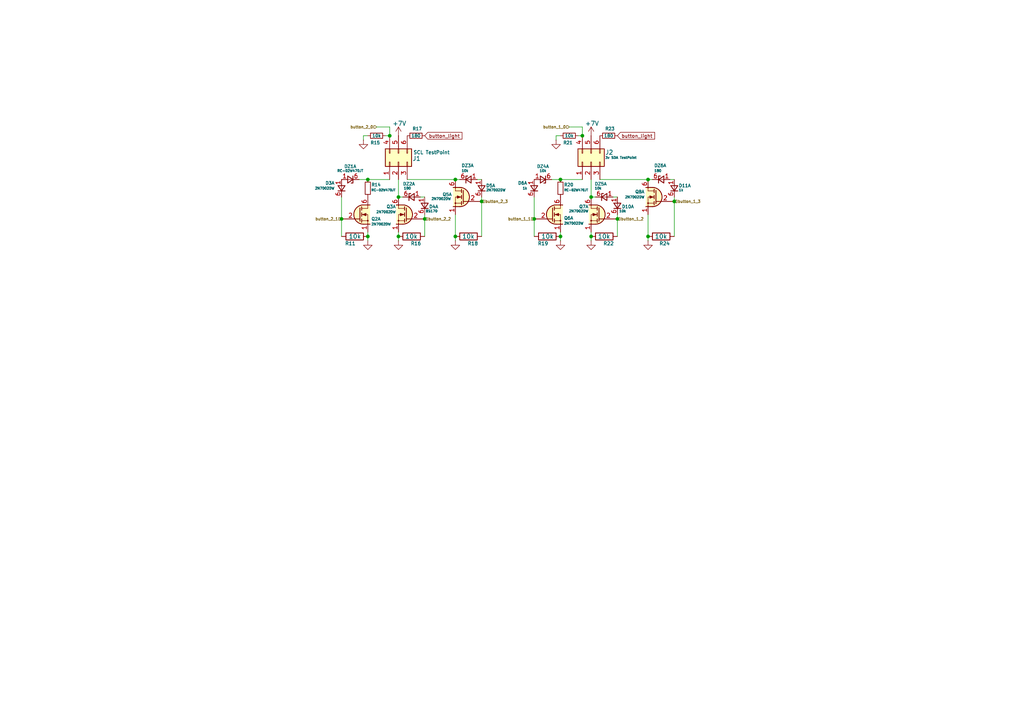
<source format=kicad_sch>
(kicad_sch (version 20231120) (generator "eeschema") (generator_version "8.0")
  (paper "A4")
  (lib_symbols
    (symbol "Connector_Generic:Conn_02x03_Top_Bottom" (pin_names (offset 1.016) hide)
      (property "Reference" "J" (at 1.27 5.08 0))
      (property "Value" "Conn_02x03_Top_Bottom" (at 1.27 -5.08 0))
      (symbol "Conn_02x03_Top_Bottom_1_1"
        (rectangle (start -1.27 -2.413) (end 0 -2.667) (stroke (width 0.1524)))
        (rectangle (start -1.27 0.127) (end 0 -0.127) (stroke (width 0.1524)))
        (rectangle (start -1.27 2.667) (end 0 2.413) (stroke (width 0.1524)))
        (rectangle (start -1.27 3.81) (end 3.81 -3.81) (stroke (width 0.254)) (fill (type background)))
        (rectangle (start 3.81 -2.413) (end 2.54 -2.667) (stroke (width 0.1524)))
        (rectangle (start 3.81 0.127) (end 2.54 -0.127) (stroke (width 0.1524)))
        (rectangle (start 3.81 2.667) (end 2.54 2.413) (stroke (width 0.1524)))
        (pin passive line (at -5.08 2.54 0) (length 3.81) (name "Pin_1") (number "1"))
        (pin passive line (at -5.08 0 0) (length 3.81) (name "Pin_2") (number "2"))
        (pin passive line (at -5.08 -2.54 0) (length 3.81) (name "Pin_3") (number "3"))
        (pin passive line (at 7.62 2.54 180) (length 3.81) (name "Pin_4") (number "4"))
        (pin passive line (at 7.62 0 180) (length 3.81) (name "Pin_5") (number "5"))
        (pin passive line (at 7.62 -2.54 180) (length 3.81) (name "Pin_6") (number "6"))
      )
    )
    (symbol "Device:R" (pin_numbers hide) (pin_names (offset 0))
      (property "Reference" "R" (at 2.032 0 90))
      (property "Value" "R" (at 0 0 90))
      (symbol "R_0_1"
        (rectangle (start -1.016 -2.54) (end 1.016 2.54) (stroke (width 0.254)))
      )
      (symbol "R_1_1"
        (pin passive line (at 0 3.81 270) (length 1.27) (name "~") (number "1"))
        (pin passive line (at 0 -3.81 90) (length 1.27) (name "~") (number "2"))
      )
    )
    (symbol "Device:R_Small" (pin_numbers hide) (pin_names (offset 0.254) hide)
      (property "Reference" "R" (at 0.762 0.508 0))
      (property "Value" "R_Small" (at 0.762 -1.016 0))
      (symbol "R_Small_0_1"
        (rectangle (start -0.762 1.778) (end 0.762 -1.778) (stroke (width 0.2032)))
      )
      (symbol "R_Small_1_1"
        (pin passive line (at 0 2.54 270) (length 0.762) (name "~") (number "1"))
        (pin passive line (at 0 -2.54 90) (length 0.762) (name "~") (number "2"))
      )
    )
    (symbol "PCM_Transistor_MOSFET_AKL:2N7002DW" (pin_names (offset 1.016) hide)
      (property "Reference" "Q" (at 3.81 1.27 0))
      (property "Value" "2N7002DW" (at 3.81 -1.27 0))
      (symbol "2N7002DW_1_1"
        (polyline (pts (xy -1.016 1.905) (xy -1.016 -1.905)) (stroke (width 0.254)))
        (polyline (pts (xy -0.508 -1.778) (xy 1.27 -1.778)))
        (polyline (pts (xy -0.508 -1.27) (xy -0.508 -2.286)) (stroke (width 0.254)))
        (polyline (pts (xy -0.508 0.508) (xy -0.508 -0.508)) (stroke (width 0.254)))
        (polyline (pts (xy -0.508 2.286) (xy -0.508 1.27)) (stroke (width 0.254)))
        (polyline (pts (xy 0 -2.794) (xy 1.905 -2.794)) (stroke (width 0.254)))
        (polyline (pts (xy 0 2.794) (xy 1.905 2.794)) (stroke (width 0.254)))
        (polyline (pts (xy 1.27 1.778) (xy -0.508 1.778)))
        (polyline (pts (xy 1.27 2.54) (xy 1.27 1.778)))
        (polyline (pts (xy 1.27 -2.54) (xy 1.27 0) (xy -0.508 0)))
        (polyline (pts (xy -0.254 0) (xy 0.762 0.381) (xy 0.762 -0.381) (xy -0.254 0)) (fill (type outline)))
        (polyline (pts (xy 1.905 -2.794) (xy -0.254 -2.794) (xy -1.397 -2.413) (xy -2.286 -1.651) (xy -2.667 -0.762) (xy -2.794 0.127) (xy -2.54 1.143) (xy -2.032 1.905) (xy -1.397 2.413) (xy -0.508 2.794) (xy 1.905 2.794)) (fill (type background)))
        (arc (start 0 2.794) (mid -2.7819 0) (end 0 -2.794) (stroke (width 0.254)))
        (circle (center 1.27 -1.778) (radius 0.1778) (fill (type outline)))
        (pin passive line (at 1.27 -5.08 90) (length 2.54) (name "S1") (number "1"))
        (pin input line (at -6.35 -1.27 0) (length 5.207) (name "G1") (number "2"))
        (pin passive line (at 1.27 5.08 270) (length 2.54) (name "D1") (number "6"))
      )
      (symbol "2N7002DW_2_1"
        (polyline (pts (xy -1.016 1.905) (xy -1.016 -1.905)) (stroke (width 0.254)))
        (polyline (pts (xy -0.508 -1.778) (xy 1.27 -1.778)))
        (polyline (pts (xy -0.508 -1.27) (xy -0.508 -2.286)) (stroke (width 0.254)))
        (polyline (pts (xy -0.508 0.508) (xy -0.508 -0.508)) (stroke (width 0.254)))
        (polyline (pts (xy -0.508 2.286) (xy -0.508 1.27)) (stroke (width 0.254)))
        (polyline (pts (xy 0 -2.794) (xy 1.905 -2.794)) (stroke (width 0.254)))
        (polyline (pts (xy 0 2.794) (xy 1.905 2.794)) (stroke (width 0.254)))
        (polyline (pts (xy 1.27 1.778) (xy -0.508 1.778)))
        (polyline (pts (xy 1.27 2.54) (xy 1.27 1.778)))
        (polyline (pts (xy 1.27 -2.54) (xy 1.27 0) (xy -0.508 0)))
        (polyline (pts (xy -0.254 0) (xy 0.762 0.381) (xy 0.762 -0.381) (xy -0.254 0)) (fill (type outline)))
        (polyline (pts (xy 1.905 -2.794) (xy -0.254 -2.794) (xy -1.397 -2.413) (xy -2.286 -1.651) (xy -2.667 -0.762) (xy -2.794 0.127) (xy -2.54 1.143) (xy -2.032 1.905) (xy -1.397 2.413) (xy -0.508 2.794) (xy 1.905 2.794)) (fill (type background)))
        (arc (start 0 2.794) (mid -2.7819 0) (end 0 -2.794) (stroke (width 0.254)))
        (circle (center 1.27 -1.778) (radius 0.1778) (fill (type outline)))
        (pin passive line (at 1.27 5.08 270) (length 2.54) (name "D2") (number "3"))
        (pin passive line (at 1.27 -5.08 90) (length 2.54) (name "S2") (number "4"))
        (pin input line (at -6.35 -1.27 0) (length 5.207) (name "G2") (number "5"))
      )
    )
    (symbol "power:+5V" (power) (pin_numbers hide) (pin_names (offset 0) hide)
      (property "Value" "+5V" (at 0 3.556 0))
      (symbol "+5V_0_1"
        (polyline (pts (xy -0.762 1.27) (xy 0 2.54)))
        (polyline (pts (xy 0 0) (xy 0 2.54)))
        (polyline (pts (xy 0 2.54) (xy 0.762 1.27)))
      )
      (symbol "+5V_1_1"
        (pin power_in line (at 0 0 90) (length 0) (name "~") (number "1"))
      )
    )
    (symbol "power:GND" (power) (pin_numbers hide) (pin_names (offset 0) hide)
      (property "Value" "GND" (at 0 -3.81 0))
      (symbol "GND_0_1"
        (polyline (pts (xy 0 0) (xy 0 -1.27) (xy 1.27 -1.27) (xy 0 -2.54) (xy -1.27 -1.27) (xy 0 -1.27)))
      )
      (symbol "GND_1_1"
        (pin power_in line (at 0 0 270) (length 0) (name "~") (number "1"))
      )
    )
    (symbol "project_components:BAS16VYs_small" (pin_names (offset 1.016) hide)
      (property "Reference" "D" (at 0 6.35 0))
      (property "Value" "BAS16VYs_small" (at 0 3.81 0))
      (symbol "BAS16VYs_small_0_1"
        (polyline (pts (xy -0.762 0) (xy 0.762 0)))
        (polyline (pts (xy 0.762 -1.016) (xy 0.762 1.016)) (stroke (width 0.254)))
        (polyline (pts (xy -0.762 -1.016) (xy 0.762 0) (xy -0.762 1.016) (xy -0.762 -1.016)) (stroke (width 0.254)))
      )
      (symbol "BAS16VYs_small_0_2"
        (polyline (pts (xy -2.54 -2.54) (xy 2.54 2.54)))
        (polyline (pts (xy 0 1.778) (xy 1.778 0)) (stroke (width 0.254)))
        (polyline (pts (xy -0.889 -0.889) (xy -1.778 0) (xy 0.889 0.889) (xy 0 -1.778) (xy -0.889 -0.889)) (stroke (width 0.254)) (fill (type outline)))
      )
      (symbol "BAS16VYs_small_1_1"
        (pin passive line (at -2.54 0 0) (length 1.778) (name "A3") (number "1"))
        (pin passive line (at 2.54 0 180) (length 1.778) (name "C3") (number "6"))
      )
      (symbol "BAS16VYs_small_1_2"
        (pin passive line (at -2.54 -2.54 0) (length 0) (name "A") (number "1"))
        (pin passive line (at 2.54 2.54 180) (length 0) (name "K") (number "6"))
      )
      (symbol "BAS16VYs_small_2_1"
        (pin passive line (at -2.54 0 0) (length 1.778) (name "A3") (number "2"))
        (pin passive line (at 2.54 0 180) (length 1.778) (name "C3") (number "5"))
      )
      (symbol "BAS16VYs_small_2_2"
        (pin passive line (at -2.54 -2.54 0) (length 0) (name "A2") (number "2"))
        (pin passive line (at 2.54 2.54 180) (length 0) (name "K2") (number "5"))
      )
      (symbol "BAS16VYs_small_3_1"
        (pin passive line (at -2.54 0 0) (length 1.778) (name "A3") (number "3"))
        (pin passive line (at 2.54 0 180) (length 1.778) (name "C3") (number "4"))
      )
      (symbol "BAS16VYs_small_3_2"
        (pin passive line (at -2.54 -2.54 0) (length 0) (name "A2") (number "3"))
        (pin passive line (at 2.54 2.54 180) (length 0) (name "K2") (number "4"))
      )
    )
    (symbol "project_components:BZX84C3V3TS-7-F_small" (pin_names (offset 1.016) hide)
      (property "Reference" "DZ" (at 0 6.35 0))
      (property "Value" "BZX84C3V3TS-7-F" (at 0 3.81 0))
      (symbol "BZX84C3V3TS-7-F_small_0_1"
        (polyline (pts (xy -0.762 0) (xy 0.762 0)))
        (polyline (pts (xy 0.254 -1.016) (xy 0.762 -1.016) (xy 0.762 1.016)) (stroke (width 0.254)))
        (polyline (pts (xy -0.762 -1.016) (xy 0.762 0) (xy -0.762 1.016) (xy -0.762 -1.016)) (stroke (width 0.254)))
      )
      (symbol "BZX84C3V3TS-7-F_small_0_2"
        (polyline (pts (xy -2.54 -2.54) (xy 2.54 2.54)))
        (polyline (pts (xy 0 1.778) (xy -0.381 1.397)) (stroke (width 0.254)))
        (polyline (pts (xy 0 1.778) (xy 1.778 0)) (stroke (width 0.254)))
        (polyline (pts (xy -0.889 -0.889) (xy -1.778 0) (xy 0.889 0.889) (xy 0 -1.778) (xy -0.889 -0.889)) (stroke (width 0.254)) (fill (type outline)))
      )
      (symbol "BZX84C3V3TS-7-F_small_1_1"
        (pin passive line (at -2.54 0 0) (length 1.778) (name "A1") (number "1"))
        (pin passive line (at 2.54 0 180) (length 1.778) (name "C1") (number "6"))
      )
      (symbol "BZX84C3V3TS-7-F_small_1_2"
        (pin passive line (at 0 0 0) (length 2.54) hide (name "A1") (number "1"))
        (pin passive line (at 2.54 2.54 180) (length 0) (name "C1") (number "6"))
      )
      (symbol "BZX84C3V3TS-7-F_small_2_1"
        (pin passive line (at -2.54 0 0) (length 1.778) (name "A2") (number "2"))
        (pin passive line (at 2.54 0 180) (length 1.778) (name "C2") (number "5"))
      )
      (symbol "BZX84C3V3TS-7-F_small_2_2"
        (pin passive line (at -2.54 -2.54 0) (length 0) (name "A2") (number "2"))
        (pin passive line (at -2.54 -2.54 180) (length 0) (name "C2") (number "5"))
      )
      (symbol "BZX84C3V3TS-7-F_small_3_1"
        (pin passive line (at -2.54 0 0) (length 1.778) (name "A3") (number "3"))
        (pin passive line (at 2.54 0 180) (length 1.778) (name "C3") (number "4"))
      )
      (symbol "BZX84C3V3TS-7-F_small_3_2"
        (pin passive line (at 2.54 2.54 0) (length 0) (name "A3") (number "3"))
        (pin passive line (at 0 0 180) (length 2.54) hide (name "C3") (number "4"))
      )
    )
  )
  (junction (at 99.06 63.5))
  (junction (at 187.96 52.07))
  (junction (at 195.58 58.42))
  (junction (at 171.45 68.58))
  (junction (at 162.56 68.58))
  (junction (at 115.57 68.58))
  (junction (at 132.08 68.58))
  (junction (at 113.03 39.37))
  (junction (at 168.91 39.37))
  (junction (at 106.68 52.07))
  (junction (at 162.56 52.07))
  (junction (at 106.68 68.58))
  (junction (at 132.08 52.07))
  (junction (at 123.19 63.5))
  (junction (at 139.7 58.42))
  (junction (at 154.94 63.5))
  (junction (at 179.07 63.5))
  (junction (at 187.96 68.58))
  (junction (at 171.45 57.15))
  (junction (at 115.57 57.15))
  (wire (pts (xy 171.45 68.58) (xy 171.45 69.85)))
  (wire (pts (xy 111.76 39.37) (xy 113.03 39.37)))
  (wire (pts (xy 167.64 39.37) (xy 168.91 39.37)))
  (wire (pts (xy 115.57 57.15) (xy 116.84 57.15)))
  (wire (pts (xy 109.22 36.83) (xy 113.03 36.83)))
  (wire (pts (xy 187.96 62.23) (xy 187.96 68.58)))
  (wire (pts (xy 113.03 36.83) (xy 113.03 39.37)))
  (wire (pts (xy 165.1 36.83) (xy 168.91 36.83)))
  (wire (pts (xy 195.58 57.15) (xy 195.58 58.42)))
  (wire (pts (xy 105.41 39.37) (xy 106.68 39.37)))
  (wire (pts (xy 139.7 57.15) (xy 139.7 58.42)))
  (wire (pts (xy 138.43 52.07) (xy 139.7 52.07)))
  (wire (pts (xy 106.68 68.58) (xy 106.68 69.85)))
  (wire (pts (xy 132.08 52.07) (xy 133.35 52.07)))
  (wire (pts (xy 106.68 67.31) (xy 106.68 68.58)))
  (wire (pts (xy 171.45 67.31) (xy 171.45 68.58)))
  (wire (pts (xy 187.96 52.07) (xy 189.23 52.07)))
  (wire (pts (xy 160.02 52.07) (xy 162.56 52.07)))
  (wire (pts (xy 123.19 63.5) (xy 123.19 68.58)))
  (wire (pts (xy 194.31 52.07) (xy 195.58 52.07)))
  (wire (pts (xy 161.29 39.37) (xy 161.29 40.64)))
  (wire (pts (xy 179.07 62.23) (xy 179.07 63.5)))
  (wire (pts (xy 123.19 62.23) (xy 123.19 63.5)))
  (wire (pts (xy 121.92 57.15) (xy 123.19 57.15)))
  (wire (pts (xy 173.99 52.07) (xy 187.96 52.07)))
  (wire (pts (xy 99.06 63.5) (xy 99.06 68.58)))
  (wire (pts (xy 187.96 68.58) (xy 187.96 69.85)))
  (wire (pts (xy 115.57 67.31) (xy 115.57 68.58)))
  (wire (pts (xy 195.58 58.42) (xy 195.58 68.58)))
  (wire (pts (xy 177.8 57.15) (xy 179.07 57.15)))
  (wire (pts (xy 118.11 52.07) (xy 132.08 52.07)))
  (wire (pts (xy 115.57 52.07) (xy 115.57 57.15)))
  (wire (pts (xy 168.91 36.83) (xy 168.91 39.37)))
  (wire (pts (xy 105.41 39.37) (xy 105.41 40.64)))
  (wire (pts (xy 171.45 52.07) (xy 171.45 57.15)))
  (wire (pts (xy 115.57 68.58) (xy 115.57 69.85)))
  (wire (pts (xy 154.94 63.5) (xy 154.94 68.58)))
  (wire (pts (xy 154.94 57.15) (xy 154.94 63.5)))
  (wire (pts (xy 139.7 58.42) (xy 139.7 68.58)))
  (wire (pts (xy 132.08 68.58) (xy 132.08 69.85)))
  (wire (pts (xy 162.56 68.58) (xy 162.56 69.85)))
  (wire (pts (xy 161.29 39.37) (xy 162.56 39.37)))
  (wire (pts (xy 162.56 52.07) (xy 168.91 52.07)))
  (wire (pts (xy 106.68 52.07) (xy 113.03 52.07)))
  (wire (pts (xy 104.14 52.07) (xy 106.68 52.07)))
  (wire (pts (xy 132.08 62.23) (xy 132.08 68.58)))
  (wire (pts (xy 162.56 67.31) (xy 162.56 68.58)))
  (wire (pts (xy 99.06 57.15) (xy 99.06 63.5)))
  (wire (pts (xy 179.07 63.5) (xy 179.07 68.58)))
  (wire (pts (xy 171.45 57.15) (xy 172.72 57.15)))
  (global_label "button_light" (shape input) (at 179.07 39.37 0) (effects (font (size 1 1))) (property "Intersheetrefs" "${INTERSHEET_REFS}" (effects (hide yes))))
  (global_label "button_light" (shape input) (at 123.19 39.37 0) (effects (font (size 1 1))) (property "Intersheetrefs" "${INTERSHEET_REFS}" (effects (hide yes))))
  (hierarchical_label "button_1_1" (shape input) (at 154.94 63.5 180) (effects (font (size 0.8 0.8))))
  (hierarchical_label "button_2_1" (shape input) (at 99.06 63.5 180) (effects (font (size 0.8 0.8))))
  (hierarchical_label "button_1_2" (shape input) (at 179.07 63.5 0) (effects (font (size 0.8 0.8))))
  (hierarchical_label "button_2_0" (shape input) (at 109.22 36.83 180) (effects (font (size 0.8 0.8))))
  (hierarchical_label "button_2_2" (shape input) (at 123.19 63.5 0) (effects (font (size 0.8 0.8))))
  (hierarchical_label "button_1_3" (shape input) (at 195.58 58.42 0) (effects (font (size 0.8 0.8))))
  (hierarchical_label "button_1_0" (shape input) (at 165.1 36.83 180) (effects (font (size 0.8 0.8))))
  (hierarchical_label "button_2_3" (shape input) (at 139.7 58.42 0) (effects (font (size 0.8 0.8))))
  (symbol (lib_id "Device:R_Small") (at 106.68 54.61 180) (unit 1)
    (property "Reference" "R14" (at 107.696 53.594 0) (effects (font (size 0.9 0.9)) (justify right)))
    (property "Value" "RC-02W470JT" (at 107.696 55.118 0) (effects (font (size 0.65 0.65)) (justify right)))
    (property "Footprint" "PCM_Resistor_SMD_AKL:R_0402_1005Metric_Pad0.72x0.64mm" (effects (hide yes)))
    (property "Datasheet" "https://www.lcsc.com/datasheet/lcsc_datasheet_2304140030_FH--Guangdong-Fenghua-Advanced-Tech-RC-02W470JT_C1096.pdf" (effects (hide yes)))
    (property "Description" "47Ω" (effects (hide yes)))
    (property "JLCPCB" "C1096" (effects (hide yes)))
  )
  (symbol (lib_id "PCM_Transistor_MOSFET_AKL:2N7002DW") (at 133.35 57.15 0) (mirror y) (unit 1)
    (property "Reference" "Q5" (at 131.064 56.388 0) (effects (font (size 0.9 0.9)) (justify left)))
    (property "Value" "2N7002DW" (at 130.81 57.658 0) (effects (font (size 0.7 0.7)) (justify left)))
    (property "Footprint" "PCM_Package_TO_SOT_SMD_AKL:SOT-363_SC-70-6" (effects (hide yes)))
    (property "Datasheet" "https://www.tme.eu/Document/09843a37f7fde1b4a748e12ae0daa880/2N7002DWH6327XTSA1.pdf" (effects (hide yes)))
    (property "Description" "SOT-363 Dual NMOS enchancement mode transistor, 60V, 300mA, 500mW, Alternate KiCAD Library" (effects (hide yes)))
  )
  (symbol (lib_id "project_components:BAS16VYs_small") (at 195.58 54.61 270) (unit 1)
    (property "Reference" "D11" (at 196.85 53.848 90) (effects (font (size 0.9 0.9)) (justify left)))
    (property "Value" "1k" (at 196.85 55.118 90) (effects (font (size 0.7 0.7)) (justify left)))
    (property "Footprint" "Resistor_SMD:R_0402_1005Metric_Pad0.72x0.64mm_HandSolder" (effects (hide yes)))
    (property "Datasheet" "https://www.lcsc.com/datasheet/lcsc_datasheet_2206010216_UNI-ROYAL-Uniroyal-Elec-0402WGF1001TCE_C11702.pdf" (effects (hide yes)))
    (property "Description" "SOT-363 Triple Diode, Small Signal, Fast Switching, 100V, 200mA, 4ns, Alternate KiCad Library" (effects (hide yes)))
    (property "JLCPCB" "C11702" (effects (hide yes)))
  )
  (symbol (lib_id "power:GND") (at 187.96 69.85 0) (unit 1)
    (property "Reference" "#PWR037" (effects (hide yes)))
    (property "Value" "GND" (effects (hide yes)))
    (property "Description" "Power symbol creates a global label with name \"GND\" , ground" (effects (hide yes)))
  )
  (symbol (lib_id "Device:R") (at 119.38 68.58 90) (unit 1)
    (property "Reference" "R16" (at 122.174 70.612 90) (effects (font (size 1 1)) (justify left)))
    (property "Value" "10k" (at 121.158 68.58 90) (effects (justify left)))
    (property "Footprint" "Resistor_SMD:R_0402_1005Metric_Pad0.72x0.64mm_HandSolder" (effects (hide yes)))
    (property "Datasheet" "https://jlcpcb.com/partdetail/VishayIntertech-CRCW040210K0FKED/C71617" (effects (hide yes)))
    (property "Description" "Resistor" (effects (hide yes)))
  )
  (symbol (lib_id "Device:R_Small") (at 162.56 54.61 180) (unit 1)
    (property "Reference" "R20" (at 163.576 53.594 0) (effects (font (size 0.9 0.9)) (justify right)))
    (property "Value" "RC-02W470JT" (at 163.576 55.118 0) (effects (font (size 0.65 0.65)) (justify right)))
    (property "Footprint" "PCM_Resistor_SMD_AKL:R_0402_1005Metric_Pad0.72x0.64mm" (effects (hide yes)))
    (property "Datasheet" "https://www.lcsc.com/datasheet/lcsc_datasheet_2304140030_FH--Guangdong-Fenghua-Advanced-Tech-RC-02W470JT_C1096.pdf" (effects (hide yes)))
    (property "Description" "47Ω" (effects (hide yes)))
    (property "JLCPCB" "C1096" (effects (hide yes)))
  )
  (symbol (lib_id "project_components:BAS16VYs_small") (at 139.7 54.61 270) (unit 1)
    (property "Reference" "D5" (at 140.97 53.848 90) (effects (font (size 0.9 0.9)) (justify left)))
    (property "Value" "2N7002DW" (at 140.97 55.118 90) (effects (font (size 0.7 0.7)) (justify left)))
    (property "Footprint" "PCM_Package_TO_SOT_SMD_AKL:SOT-363_SC-70-6" (effects (hide yes)))
    (property "Datasheet" "https://wmsc.lcsc.com/wmsc/upload/file/pdf/v2/lcsc/2201191030_Jiangsu-Changjing-Electronics-Technology-Co---Ltd--2N7002DW_C2961242.pdf" (effects (hide yes)))
    (property "Description" "SOT-363 Triple Diode, Small Signal, Fast Switching, 100V, 200mA, 4ns, Alternate KiCad Library" (effects (hide yes)))
    (property "JLCPCB" "C2961242" (effects (hide yes)))
  )
  (symbol (lib_id "Device:R_Small") (at 120.65 39.37 90) (unit 1)
    (property "Reference" "R17" (at 119.634 37.338 90) (effects (font (size 0.9 0.9)) (justify right)))
    (property "Value" "180" (at 120.65 39.37 90) (effects (font (size 0.9 0.9))))
    (property "Footprint" "Resistor_SMD:R_0805_2012Metric" (effects (hide yes)))
    (property "Description" "Resistor, small symbol" (effects (hide yes)))
  )
  (symbol (lib_id "Device:R") (at 102.87 68.58 270) (mirror x) (unit 1)
    (property "Reference" "R11" (at 100.076 70.612 90) (effects (font (size 1 1)) (justify left)))
    (property "Value" "10k" (at 101.092 68.58 90) (effects (justify left)))
    (property "Footprint" "Resistor_SMD:R_0402_1005Metric_Pad0.72x0.64mm_HandSolder" (effects (hide yes)))
    (property "Datasheet" "https://jlcpcb.com/partdetail/VishayIntertech-CRCW040210K0FKED/C71617" (effects (hide yes)))
    (property "Description" "Resistor" (effects (hide yes)))
  )
  (symbol (lib_id "PCM_Transistor_MOSFET_AKL:2N7002DW") (at 161.29 62.23 0) (unit 1)
    (property "Reference" "Q6" (at 163.576 63.246 0) (effects (font (size 0.9 0.9)) (justify left)))
    (property "Value" "2N7002DW" (at 163.576 64.77 0) (effects (font (size 0.7 0.7)) (justify left)))
    (property "Footprint" "PCM_Package_TO_SOT_SMD_AKL:SOT-363_SC-70-6" (effects (hide yes)))
    (property "Datasheet" "https://www.tme.eu/Document/09843a37f7fde1b4a748e12ae0daa880/2N7002DWH6327XTSA1.pdf" (effects (hide yes)))
    (property "Description" "SOT-363 Dual NMOS enchancement mode transistor, 60V, 300mA, 500mW, Alternate KiCAD Library" (effects (hide yes)))
  )
  (symbol (lib_id "Connector_Generic:Conn_02x03_Top_Bottom") (at 171.45 46.99 90) (unit 1)
    (property "Reference" "J2" (at 175.514 44.196 90) (effects (justify right)))
    (property "Value" "3v SDA TestPoint" (at 175.514 45.72 90) (effects (font (size 0.7 0.7)) (justify right)))
    (property "Footprint" "TestPoint:TestPoint_Pad_2.0x2.0mm" (effects (hide yes)))
    (property "Description" "Generic connector, double row, 02x03, top/bottom pin numbering scheme (row 1: 1...pins_per_row, row2: pins_per_row+1 ... num_pins), script generated (kicad-library-utils/schlib/autogen/connector/)" (effects (hide yes)))
  )
  (symbol (lib_id "project_components:BZX84C3V3TS-7-F_small") (at 191.77 52.07 180) (unit 1)
    (property "Reference" "DZ6" (at 189.738 48.006 0) (effects (font (size 0.9 0.9)) (justify right)))
    (property "Value" "180" (at 189.738 49.53 0) (effects (font (size 0.7 0.7)) (justify right)))
    (property "Footprint" "Resistor_SMD:R_0402_1005Metric_Pad0.72x0.64mm_HandSolder" (effects (hide yes)))
    (property "Datasheet" "https://www.lcsc.com/datasheet/lcsc_datasheet_2206010000_UNI-ROYAL-Uniroyal-Elec-0402WGF1800TCE_C38941.pdf" (effects (hide yes)))
    (property "Description" "SOT-363 Triple Zener diode, independent, 3V, 200mW" (effects (hide yes)))
    (property "JLCPCB" "C38941" (effects (hide yes)))
  )
  (symbol (lib_id "Device:R_Small") (at 109.22 39.37 270) (unit 1)
    (property "Reference" "R15" (at 110.236 41.402 90) (effects (font (size 0.9 0.9)) (justify right)))
    (property "Value" "10k" (at 109.22 39.37 90) (effects (font (size 0.9 0.9))))
    (property "Footprint" "Resistor_SMD:R_0402_1005Metric_Pad0.72x0.64mm_HandSolder" (effects (hide yes)))
    (property "Datasheet" "https://jlcpcb.com/partdetail/VishayIntertech-CRCW040210K0FKED/C71617" (effects (hide yes)))
    (property "Description" "Resistor, small symbol" (effects (hide yes)))
  )
  (symbol (lib_id "Device:R") (at 135.89 68.58 90) (unit 1)
    (property "Reference" "R18" (at 138.684 70.612 90) (effects (font (size 1 1)) (justify left)))
    (property "Value" "10k" (at 137.668 68.58 90) (effects (justify left)))
    (property "Footprint" "Resistor_SMD:R_0402_1005Metric_Pad0.72x0.64mm_HandSolder" (effects (hide yes)))
    (property "Datasheet" "https://jlcpcb.com/partdetail/VishayIntertech-CRCW040210K0FKED/C71617" (effects (hide yes)))
    (property "Description" "Resistor" (effects (hide yes)))
  )
  (symbol (lib_id "PCM_Transistor_MOSFET_AKL:2N7002DW") (at 116.84 62.23 0) (mirror y) (unit 1)
    (property "Reference" "Q3" (at 114.808 59.944 0) (effects (font (size 0.9 0.9)) (justify left)))
    (property "Value" "2N7002DW" (at 114.808 61.468 0) (effects (font (size 0.7 0.7)) (justify left)))
    (property "Footprint" "PCM_Package_TO_SOT_SMD_AKL:SOT-363_SC-70-6" (effects (hide yes)))
    (property "Datasheet" "https://www.tme.eu/Document/09843a37f7fde1b4a748e12ae0daa880/2N7002DWH6327XTSA1.pdf" (effects (hide yes)))
    (property "Description" "SOT-363 Dual NMOS enchancement mode transistor, 60V, 300mA, 500mW, Alternate KiCAD Library" (effects (hide yes)))
  )
  (symbol (lib_id "power:GND") (at 171.45 69.85 0) (unit 1)
    (property "Reference" "#PWR036" (effects (hide yes)))
    (property "Value" "GND" (effects (hide yes)))
    (property "Description" "Power symbol creates a global label with name \"GND\" , ground" (effects (hide yes)))
  )
  (symbol (lib_id "Device:R_Small") (at 165.1 39.37 270) (unit 1)
    (property "Reference" "R21" (at 166.116 41.402 90) (effects (font (size 0.9 0.9)) (justify right)))
    (property "Value" "10k" (at 165.1 39.37 90) (effects (font (size 0.9 0.9))))
    (property "Footprint" "Resistor_SMD:R_0402_1005Metric_Pad0.72x0.64mm_HandSolder" (effects (hide yes)))
    (property "Datasheet" "https://jlcpcb.com/partdetail/VishayIntertech-CRCW040210K0FKED/C71617" (effects (hide yes)))
    (property "Description" "Resistor, small symbol" (effects (hide yes)))
  )
  (symbol (lib_id "project_components:BZX84C3V3TS-7-F_small") (at 175.26 57.15 180) (unit 1)
    (property "Reference" "DZ5" (at 172.466 53.34 0) (effects (font (size 0.9 0.9)) (justify right)))
    (property "Value" "10k" (at 172.466 54.61 0) (effects (font (size 0.7 0.7)) (justify right)))
    (property "Footprint" "Resistor_SMD:R_0402_1005Metric_Pad0.72x0.64mm_HandSolder" (effects (hide yes)))
    (property "Datasheet" "https://www.lcsc.com/datasheet/lcsc_datasheet_2205311845_UNI-ROYAL-Uniroyal-Elec-0402WGJ0103TCE_C25531.pdf" (effects (hide yes)))
    (property "Description" "SOT-363 Triple Zener diode, independent, 3V, 200mW" (effects (hide yes)))
    (property "JLCPCB" "C25531" (effects (hide yes)))
  )
  (symbol (lib_id "power:GND") (at 106.68 69.85 0) (mirror y) (unit 1)
    (property "Reference" "#PWR025" (effects (hide yes)))
    (property "Value" "GND" (effects (hide yes)))
    (property "Description" "Power symbol creates a global label with name \"GND\" , ground" (effects (hide yes)))
  )
  (symbol (lib_id "Connector_Generic:Conn_02x03_Top_Bottom") (at 115.57 46.99 90) (unit 1)
    (property "Reference" "J1" (at 119.634 45.974 90) (effects (justify right)))
    (property "Value" "SCL TestPoint" (at 119.888 44.196 90) (effects (font (size 1 1)) (justify right)))
    (property "Footprint" "TestPoint:TestPoint_Pad_2.0x2.0mm" (effects (hide yes)))
    (property "Description" "Generic connector, double row, 02x03, top/bottom pin numbering scheme (row 1: 1...pins_per_row, row2: pins_per_row+1 ... num_pins), script generated (kicad-library-utils/schlib/autogen/connector/)" (effects (hide yes)))
  )
  (symbol (lib_id "power:GND") (at 162.56 69.85 0) (mirror y) (unit 1)
    (property "Reference" "#PWR032" (effects (hide yes)))
    (property "Value" "GND" (effects (hide yes)))
    (property "Description" "Power symbol creates a global label with name \"GND\" , ground" (effects (hide yes)))
  )
  (symbol (lib_id "power:GND") (at 161.29 40.64 0) (unit 1)
    (property "Reference" "#PWR031" (effects (hide yes)))
    (property "Value" "GND" (effects (hide yes)))
    (property "Description" "Power symbol creates a global label with name \"GND\" , ground" (effects (hide yes)))
  )
  (symbol (lib_id "power:GND") (at 105.41 40.64 0) (unit 1)
    (property "Reference" "#PWR024" (effects (hide yes)))
    (property "Value" "GND" (effects (hide yes)))
    (property "Description" "Power symbol creates a global label with name \"GND\" , ground" (effects (hide yes)))
  )
  (symbol (lib_id "Device:R") (at 158.75 68.58 270) (mirror x) (unit 1)
    (property "Reference" "R19" (at 155.956 70.612 90) (effects (font (size 1 1)) (justify left)))
    (property "Value" "10k" (at 156.972 68.58 90) (effects (justify left)))
    (property "Footprint" "Resistor_SMD:R_0402_1005Metric_Pad0.72x0.64mm_HandSolder" (effects (hide yes)))
    (property "Datasheet" "https://jlcpcb.com/partdetail/VishayIntertech-CRCW040210K0FKED/C71617" (effects (hide yes)))
    (property "Description" "Resistor" (effects (hide yes)))
  )
  (symbol (lib_id "project_components:BZX84C3V3TS-7-F_small") (at 119.38 57.15 180) (unit 1)
    (property "Reference" "DZ2" (at 116.84 53.34 0) (effects (font (size 0.9 0.9)) (justify right)))
    (property "Value" "180" (at 117.094 54.61 0) (effects (font (size 0.7 0.7)) (justify right)))
    (property "Footprint" "Resistor_SMD:R_0402_1005Metric_Pad0.72x0.64mm_HandSolder" (effects (hide yes)))
    (property "Datasheet" "https://www.lcsc.com/datasheet/lcsc_datasheet_2206010000_UNI-ROYAL-Uniroyal-Elec-0402WGF1800TCE_C38941.pdf" (effects (hide yes)))
    (property "Description" "SOT-363 Triple Zener diode, independent, 3V, 200mW" (effects (hide yes)))
    (property "JLCPCB" "C38941" (effects (hide yes)))
  )
  (symbol (lib_id "project_components:BZX84C3V3TS-7-F_small") (at 135.89 52.07 180) (unit 1)
    (property "Reference" "DZ3" (at 133.858 48.006 0) (effects (font (size 0.9 0.9)) (justify right)))
    (property "Value" "10k" (at 133.858 49.53 0) (effects (font (size 0.7 0.7)) (justify right)))
    (property "Footprint" "Resistor_SMD:R_0402_1005Metric_Pad0.72x0.64mm_HandSolder" (effects (hide yes)))
    (property "Datasheet" "https://www.lcsc.com/datasheet/lcsc_datasheet_2205311845_UNI-ROYAL-Uniroyal-Elec-0402WGJ0103TCE_C25531.pdf" (effects (hide yes)))
    (property "Description" "SOT-363 Triple Zener diode, independent, 3V, 200mW" (effects (hide yes)))
    (property "JLCPCB" "C25531" (effects (hide yes)))
  )
  (symbol (lib_id "project_components:BAS16VYs_small") (at 154.94 54.61 270) (unit 1)
    (property "Reference" "D6" (at 152.908 53.086 90) (effects (font (size 0.9 0.9)) (justify right)))
    (property "Value" "1k" (at 152.908 54.61 90) (effects (font (size 0.7 0.7)) (justify right)))
    (property "Footprint" "Resistor_SMD:R_0402_1005Metric_Pad0.72x0.64mm_HandSolder" (effects (hide yes)))
    (property "Datasheet" "https://www.lcsc.com/datasheet/lcsc_datasheet_2206010216_UNI-ROYAL-Uniroyal-Elec-0402WGF1001TCE_C11702.pdf" (effects (hide yes)))
    (property "Description" "SOT-363 Triple Diode, Small Signal, Fast Switching, 100V, 200mA, 4ns, Alternate KiCad Library" (effects (hide yes)))
    (property "JLCPCB" "C11702" (effects (hide yes)))
  )
  (symbol (lib_id "power:GND") (at 132.08 69.85 0) (unit 1)
    (property "Reference" "#PWR030" (effects (hide yes)))
    (property "Value" "GND" (effects (hide yes)))
    (property "Description" "Power symbol creates a global label with name \"GND\" , ground" (effects (hide yes)))
  )
  (symbol (lib_id "project_components:BAS16VYs_small") (at 123.19 59.69 270) (unit 1)
    (property "Reference" "D4" (at 124.46 59.944 90) (effects (font (size 0.9 0.9)) (justify left)))
    (property "Value" "BS170" (at 123.444 61.214 90) (effects (font (size 0.7 0.7)) (justify left)))
    (property "Footprint" "PCM_Package_TO_SOT_THT_AKL:TO-92_Inline_Wide_DGS" (effects (hide yes)))
    (property "Datasheet" "https://www.tme.eu/Document/b7541278b7e8bf3bc327fbc4520f8b66/BS170_mmbf170.pdf" (effects (hide yes)))
    (property "Description" "SOT-363 Triple Diode, Small Signal, Fast Switching, 100V, 200mA, 4ns, Alternate KiCad Library" (effects (hide yes)))
  )
  (symbol (lib_id "project_components:BAS16VYs_small") (at 99.06 54.61 270) (unit 1)
    (property "Reference" "D3" (at 97.028 53.086 90) (effects (font (size 0.9 0.9)) (justify right)))
    (property "Value" "2N7002DW" (at 97.028 54.61 90) (effects (font (size 0.7 0.7)) (justify right)))
    (property "Footprint" "PCM_Package_TO_SOT_SMD_AKL:SOT-363_SC-70-6" (effects (hide yes)))
    (property "Datasheet" "https://wmsc.lcsc.com/wmsc/upload/file/pdf/v2/lcsc/2201191030_Jiangsu-Changjing-Electronics-Technology-Co---Ltd--2N7002DW_C2961242.pdf" (effects (hide yes)))
    (property "Description" "SOT-363 Triple Diode, Small Signal, Fast Switching, 100V, 200mA, 4ns, Alternate KiCad Library" (effects (hide yes)))
    (property "JLCPCB" "C2961242" (effects (hide yes)))
  )
  (symbol (lib_id "Device:R") (at 191.77 68.58 90) (unit 1)
    (property "Reference" "R24" (at 194.31 70.612 90) (effects (font (size 1 1)) (justify left)))
    (property "Value" "10k" (at 193.548 68.58 90) (effects (justify left)))
    (property "Footprint" "Resistor_SMD:R_0402_1005Metric_Pad0.72x0.64mm_HandSolder" (effects (hide yes)))
    (property "Datasheet" "https://jlcpcb.com/partdetail/VishayIntertech-CRCW040210K0FKED/C71617" (effects (hide yes)))
    (property "Description" "Resistor" (effects (hide yes)))
  )
  (symbol (lib_id "power:GND") (at 115.57 69.85 0) (unit 1)
    (property "Reference" "#PWR027" (effects (hide yes)))
    (property "Value" "GND" (effects (hide yes)))
    (property "Description" "Power symbol creates a global label with name \"GND\" , ground" (effects (hide yes)))
  )
  (symbol (lib_id "project_components:BZX84C3V3TS-7-F_small") (at 157.48 52.07 0) (unit 1)
    (property "Reference" "DZ4" (at 157.48 48.26 0) (effects (font (size 0.9 0.9))))
    (property "Value" "10k" (at 157.48 49.53 0) (effects (font (size 0.7 0.7))))
    (property "Footprint" "Resistor_SMD:R_0402_1005Metric_Pad0.72x0.64mm_HandSolder" (effects (hide yes)))
    (property "Datasheet" "https://www.lcsc.com/datasheet/lcsc_datasheet_2205311845_UNI-ROYAL-Uniroyal-Elec-0402WGJ0103TCE_C25531.pdf" (effects (hide yes)))
    (property "Description" "SOT-363 Triple Zener diode, independent, 3V, 200mW" (effects (hide yes)))
    (property "JLCPCB" "C25531" (effects (hide yes)))
  )
  (symbol (lib_id "PCM_Transistor_MOSFET_AKL:2N7002DW") (at 189.23 57.15 0) (mirror y) (unit 1)
    (property "Reference" "Q8" (at 186.944 55.626 0) (effects (font (size 0.9 0.9)) (justify left)))
    (property "Value" "2N7002DW" (at 186.944 57.15 0) (effects (font (size 0.7 0.7)) (justify left)))
    (property "Footprint" "PCM_Package_TO_SOT_SMD_AKL:SOT-363_SC-70-6" (effects (hide yes)))
    (property "Datasheet" "https://www.tme.eu/Document/09843a37f7fde1b4a748e12ae0daa880/2N7002DWH6327XTSA1.pdf" (effects (hide yes)))
    (property "Description" "SOT-363 Dual NMOS enchancement mode transistor, 60V, 300mA, 500mW, Alternate KiCAD Library" (effects (hide yes)))
  )
  (symbol (lib_id "project_components:BZX84C3V3TS-7-F_small") (at 101.6 52.07 0) (unit 1)
    (property "Reference" "DZ1" (at 101.6 48.26 0) (effects (font (size 0.9 0.9))))
    (property "Value" "RC-02W470JT" (at 101.6 49.53 0) (effects (font (size 0.7 0.7))))
    (property "Footprint" "PCM_Resistor_SMD_AKL:R_0402_1005Metric_Pad0.72x0.64mm" (effects (hide yes)))
    (property "Datasheet" "https://www.lcsc.com/datasheet/lcsc_datasheet_2304140030_FH--Guangdong-Fenghua-Advanced-Tech-RC-02W470JT_C1096.pdf" (effects (hide yes)))
    (property "Description" "SOT-363 Triple Zener diode, independent, 3V, 200mW" (effects (hide yes)))
    (property "JLCPCB" "C1096" (effects (hide yes)))
  )
  (symbol (lib_id "Device:R") (at 175.26 68.58 90) (unit 1)
    (property "Reference" "R22" (at 178.054 70.612 90) (effects (font (size 1 1)) (justify left)))
    (property "Value" "10k" (at 177.038 68.58 90) (effects (justify left)))
    (property "Footprint" "Resistor_SMD:R_0402_1005Metric_Pad0.72x0.64mm_HandSolder" (effects (hide yes)))
    (property "Datasheet" "https://jlcpcb.com/partdetail/VishayIntertech-CRCW040210K0FKED/C71617" (effects (hide yes)))
    (property "Description" "Resistor" (effects (hide yes)))
  )
  (symbol (lib_id "power:+5V") (at 115.57 39.37 0) (unit 1)
    (property "Reference" "#PWR026" (effects (hide yes)))
    (property "Value" "+7V" (at 113.792 35.814 0) (effects (justify left)))
    (property "Description" "Power symbol creates a global label with name \"+5V\"" (effects (hide yes)))
  )
  (symbol (lib_id "PCM_Transistor_MOSFET_AKL:2N7002DW") (at 105.41 62.23 0) (unit 1)
    (property "Reference" "Q2" (at 107.696 63.5 0) (effects (font (size 0.9 0.9)) (justify left)))
    (property "Value" "2N7002DW" (at 107.696 65.024 0) (effects (font (size 0.7 0.7)) (justify left)))
    (property "Footprint" "PCM_Package_TO_SOT_SMD_AKL:SOT-363_SC-70-6" (effects (hide yes)))
    (property "Datasheet" "https://www.tme.eu/Document/09843a37f7fde1b4a748e12ae0daa880/2N7002DWH6327XTSA1.pdf" (effects (hide yes)))
    (property "Description" "SOT-363 Dual NMOS enchancement mode transistor, 60V, 300mA, 500mW, Alternate KiCAD Library" (effects (hide yes)))
  )
  (symbol (lib_id "Device:R_Small") (at 176.53 39.37 90) (unit 1)
    (property "Reference" "R23" (at 175.514 37.338 90) (effects (font (size 0.9 0.9)) (justify right)))
    (property "Value" "180" (at 176.53 39.37 90) (effects (font (size 0.9 0.9))))
    (property "Footprint" "Resistor_SMD:R_0805_2012Metric" (effects (hide yes)))
    (property "Description" "Resistor, small symbol" (effects (hide yes)))
  )
  (symbol (lib_id "power:+5V") (at 171.45 39.37 0) (unit 1)
    (property "Reference" "#PWR033" (effects (hide yes)))
    (property "Value" "+7V" (at 169.672 35.814 0) (effects (justify left)))
    (property "Description" "Power symbol creates a global label with name \"+5V\"" (effects (hide yes)))
  )
  (symbol (lib_id "PCM_Transistor_MOSFET_AKL:2N7002DW") (at 172.72 62.23 0) (mirror y) (unit 1)
    (property "Reference" "Q7" (at 170.688 59.944 0) (effects (font (size 0.9 0.9)) (justify left)))
    (property "Value" "2N7002DW" (at 170.688 61.214 0) (effects (font (size 0.7 0.7)) (justify left)))
    (property "Footprint" "PCM_Package_TO_SOT_SMD_AKL:SOT-363_SC-70-6" (effects (hide yes)))
    (property "Datasheet" "https://www.tme.eu/Document/09843a37f7fde1b4a748e12ae0daa880/2N7002DWH6327XTSA1.pdf" (effects (hide yes)))
    (property "Description" "SOT-363 Dual NMOS enchancement mode transistor, 60V, 300mA, 500mW, Alternate KiCAD Library" (effects (hide yes)))
  )
  (symbol (lib_id "project_components:BAS16VYs_small") (at 179.07 59.69 270) (unit 1)
    (property "Reference" "D10" (at 180.34 59.944 90) (effects (font (size 0.9 0.9)) (justify left)))
    (property "Value" "10k" (at 179.578 61.214 90) (effects (font (size 0.7 0.7)) (justify left)))
    (property "Footprint" "Resistor_SMD:R_0402_1005Metric_Pad0.72x0.64mm_HandSolder" (effects (hide yes)))
    (property "Datasheet" "https://www.lcsc.com/datasheet/lcsc_datasheet_2205311845_UNI-ROYAL-Uniroyal-Elec-0402WGJ0103TCE_C25531.pdf" (effects (hide yes)))
    (property "Description" "SOT-363 Triple Diode, Small Signal, Fast Switching, 100V, 200mA, 4ns, Alternate KiCad Library" (effects (hide yes)))
    (property "JLCPCB" "C25531" (effects (hide yes)))
  )
)
</source>
